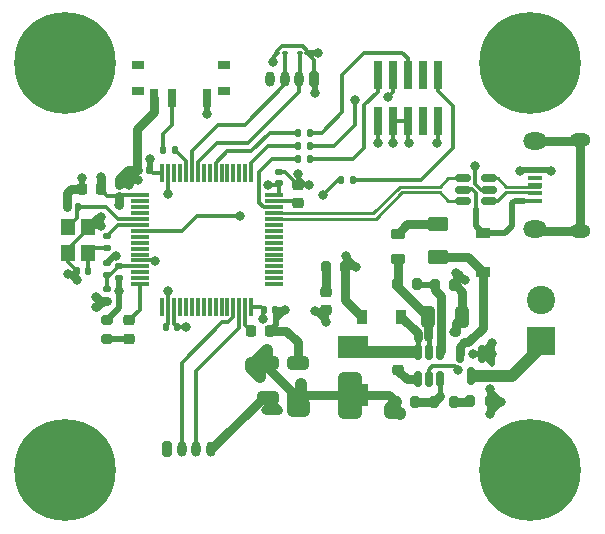
<source format=gbr>
%TF.GenerationSoftware,KiCad,Pcbnew,(6.0.1)*%
%TF.CreationDate,2022-05-18T16:29:04+06:30*%
%TF.ProjectId,STM32_USB_Buck,53544d33-325f-4555-9342-5f4275636b2e,v1.0*%
%TF.SameCoordinates,Original*%
%TF.FileFunction,Copper,L1,Top*%
%TF.FilePolarity,Positive*%
%FSLAX46Y46*%
G04 Gerber Fmt 4.6, Leading zero omitted, Abs format (unit mm)*
G04 Created by KiCad (PCBNEW (6.0.1)) date 2022-05-18 16:29:04*
%MOMM*%
%LPD*%
G01*
G04 APERTURE LIST*
G04 Aperture macros list*
%AMRoundRect*
0 Rectangle with rounded corners*
0 $1 Rounding radius*
0 $2 $3 $4 $5 $6 $7 $8 $9 X,Y pos of 4 corners*
0 Add a 4 corners polygon primitive as box body*
4,1,4,$2,$3,$4,$5,$6,$7,$8,$9,$2,$3,0*
0 Add four circle primitives for the rounded corners*
1,1,$1+$1,$2,$3*
1,1,$1+$1,$4,$5*
1,1,$1+$1,$6,$7*
1,1,$1+$1,$8,$9*
0 Add four rect primitives between the rounded corners*
20,1,$1+$1,$2,$3,$4,$5,0*
20,1,$1+$1,$4,$5,$6,$7,0*
20,1,$1+$1,$6,$7,$8,$9,0*
20,1,$1+$1,$8,$9,$2,$3,0*%
G04 Aperture macros list end*
%TA.AperFunction,SMDPad,CuDef*%
%ADD10RoundRect,0.200000X-0.200000X-0.275000X0.200000X-0.275000X0.200000X0.275000X-0.200000X0.275000X0*%
%TD*%
%TA.AperFunction,SMDPad,CuDef*%
%ADD11RoundRect,0.218750X-0.256250X0.218750X-0.256250X-0.218750X0.256250X-0.218750X0.256250X0.218750X0*%
%TD*%
%TA.AperFunction,ComponentPad*%
%ADD12C,0.900000*%
%TD*%
%TA.AperFunction,ComponentPad*%
%ADD13C,8.600000*%
%TD*%
%TA.AperFunction,SMDPad,CuDef*%
%ADD14R,1.200000X0.900000*%
%TD*%
%TA.AperFunction,SMDPad,CuDef*%
%ADD15RoundRect,0.225000X0.250000X-0.225000X0.250000X0.225000X-0.250000X0.225000X-0.250000X-0.225000X0*%
%TD*%
%TA.AperFunction,SMDPad,CuDef*%
%ADD16RoundRect,0.218750X0.256250X-0.218750X0.256250X0.218750X-0.256250X0.218750X-0.256250X-0.218750X0*%
%TD*%
%TA.AperFunction,SMDPad,CuDef*%
%ADD17RoundRect,0.135000X0.135000X0.185000X-0.135000X0.185000X-0.135000X-0.185000X0.135000X-0.185000X0*%
%TD*%
%TA.AperFunction,SMDPad,CuDef*%
%ADD18RoundRect,0.140000X0.170000X-0.140000X0.170000X0.140000X-0.170000X0.140000X-0.170000X-0.140000X0*%
%TD*%
%TA.AperFunction,SMDPad,CuDef*%
%ADD19RoundRect,0.250000X-0.325000X-0.650000X0.325000X-0.650000X0.325000X0.650000X-0.325000X0.650000X0*%
%TD*%
%TA.AperFunction,SMDPad,CuDef*%
%ADD20RoundRect,0.150000X-0.150000X0.587500X-0.150000X-0.587500X0.150000X-0.587500X0.150000X0.587500X0*%
%TD*%
%TA.AperFunction,SMDPad,CuDef*%
%ADD21R,1.000000X0.800000*%
%TD*%
%TA.AperFunction,SMDPad,CuDef*%
%ADD22R,0.700000X1.500000*%
%TD*%
%TA.AperFunction,SMDPad,CuDef*%
%ADD23RoundRect,0.218750X-0.381250X0.218750X-0.381250X-0.218750X0.381250X-0.218750X0.381250X0.218750X0*%
%TD*%
%TA.AperFunction,SMDPad,CuDef*%
%ADD24R,0.900000X1.200000*%
%TD*%
%TA.AperFunction,SMDPad,CuDef*%
%ADD25RoundRect,0.225000X0.225000X0.250000X-0.225000X0.250000X-0.225000X-0.250000X0.225000X-0.250000X0*%
%TD*%
%TA.AperFunction,SMDPad,CuDef*%
%ADD26RoundRect,0.250000X0.650000X-0.325000X0.650000X0.325000X-0.650000X0.325000X-0.650000X-0.325000X0*%
%TD*%
%TA.AperFunction,SMDPad,CuDef*%
%ADD27RoundRect,0.140000X0.140000X0.170000X-0.140000X0.170000X-0.140000X-0.170000X0.140000X-0.170000X0*%
%TD*%
%TA.AperFunction,SMDPad,CuDef*%
%ADD28RoundRect,0.150000X0.150000X-0.512500X0.150000X0.512500X-0.150000X0.512500X-0.150000X-0.512500X0*%
%TD*%
%TA.AperFunction,SMDPad,CuDef*%
%ADD29R,1.200000X1.400000*%
%TD*%
%TA.AperFunction,SMDPad,CuDef*%
%ADD30RoundRect,0.200000X0.275000X-0.200000X0.275000X0.200000X-0.275000X0.200000X-0.275000X-0.200000X0*%
%TD*%
%TA.AperFunction,SMDPad,CuDef*%
%ADD31RoundRect,0.075000X-0.700000X-0.075000X0.700000X-0.075000X0.700000X0.075000X-0.700000X0.075000X0*%
%TD*%
%TA.AperFunction,SMDPad,CuDef*%
%ADD32RoundRect,0.075000X-0.075000X-0.700000X0.075000X-0.700000X0.075000X0.700000X-0.075000X0.700000X0*%
%TD*%
%TA.AperFunction,SMDPad,CuDef*%
%ADD33RoundRect,0.135000X-0.185000X0.135000X-0.185000X-0.135000X0.185000X-0.135000X0.185000X0.135000X0*%
%TD*%
%TA.AperFunction,SMDPad,CuDef*%
%ADD34RoundRect,0.150000X0.512500X0.150000X-0.512500X0.150000X-0.512500X-0.150000X0.512500X-0.150000X0*%
%TD*%
%TA.AperFunction,SMDPad,CuDef*%
%ADD35R,2.500000X1.900000*%
%TD*%
%TA.AperFunction,ComponentPad*%
%ADD36RoundRect,0.200000X-0.200000X-0.450000X0.200000X-0.450000X0.200000X0.450000X-0.200000X0.450000X0*%
%TD*%
%TA.AperFunction,ComponentPad*%
%ADD37O,0.800000X1.300000*%
%TD*%
%TA.AperFunction,SMDPad,CuDef*%
%ADD38RoundRect,0.250000X-0.650000X0.325000X-0.650000X-0.325000X0.650000X-0.325000X0.650000X0.325000X0*%
%TD*%
%TA.AperFunction,SMDPad,CuDef*%
%ADD39RoundRect,0.140000X-0.140000X-0.170000X0.140000X-0.170000X0.140000X0.170000X-0.140000X0.170000X0*%
%TD*%
%TA.AperFunction,SMDPad,CuDef*%
%ADD40RoundRect,0.100000X0.130000X0.100000X-0.130000X0.100000X-0.130000X-0.100000X0.130000X-0.100000X0*%
%TD*%
%TA.AperFunction,SMDPad,CuDef*%
%ADD41RoundRect,0.147500X0.172500X-0.147500X0.172500X0.147500X-0.172500X0.147500X-0.172500X-0.147500X0*%
%TD*%
%TA.AperFunction,ComponentPad*%
%ADD42RoundRect,0.200000X0.200000X0.450000X-0.200000X0.450000X-0.200000X-0.450000X0.200000X-0.450000X0*%
%TD*%
%TA.AperFunction,SMDPad,CuDef*%
%ADD43RoundRect,0.225000X-0.225000X-0.250000X0.225000X-0.250000X0.225000X0.250000X-0.225000X0.250000X0*%
%TD*%
%TA.AperFunction,SMDPad,CuDef*%
%ADD44RoundRect,0.100000X-0.130000X-0.100000X0.130000X-0.100000X0.130000X0.100000X-0.130000X0.100000X0*%
%TD*%
%TA.AperFunction,ComponentPad*%
%ADD45R,2.400000X2.400000*%
%TD*%
%TA.AperFunction,ComponentPad*%
%ADD46C,2.400000*%
%TD*%
%TA.AperFunction,SMDPad,CuDef*%
%ADD47R,0.740000X2.400000*%
%TD*%
%TA.AperFunction,SMDPad,CuDef*%
%ADD48RoundRect,0.140000X-0.170000X0.140000X-0.170000X-0.140000X0.170000X-0.140000X0.170000X0.140000X0*%
%TD*%
%TA.AperFunction,SMDPad,CuDef*%
%ADD49R,1.300000X0.450000*%
%TD*%
%TA.AperFunction,ComponentPad*%
%ADD50O,1.800000X1.150000*%
%TD*%
%TA.AperFunction,ComponentPad*%
%ADD51O,2.000000X1.450000*%
%TD*%
%TA.AperFunction,SMDPad,CuDef*%
%ADD52RoundRect,0.250000X0.625000X-0.375000X0.625000X0.375000X-0.625000X0.375000X-0.625000X-0.375000X0*%
%TD*%
%TA.AperFunction,ViaPad*%
%ADD53C,0.800000*%
%TD*%
%TA.AperFunction,Conductor*%
%ADD54C,0.500000*%
%TD*%
%TA.AperFunction,Conductor*%
%ADD55C,0.300000*%
%TD*%
%TA.AperFunction,Conductor*%
%ADD56C,1.000000*%
%TD*%
%TA.AperFunction,Conductor*%
%ADD57C,0.750000*%
%TD*%
%TA.AperFunction,Conductor*%
%ADD58C,0.450000*%
%TD*%
%TA.AperFunction,Conductor*%
%ADD59C,0.261112*%
%TD*%
G04 APERTURE END LIST*
D10*
%TO.P,R10,1*%
%TO.N,Net-(R10-Pad1)*%
X158991800Y-117094000D03*
%TO.P,R10,2*%
%TO.N,GND*%
X160641800Y-117094000D03*
%TD*%
D11*
%TO.P,D4,1,K*%
%TO.N,Net-(D4-Pad1)*%
X146800000Y-107812500D03*
%TO.P,D4,2,A*%
%TO.N,+3V3*%
X146800000Y-109387500D03*
%TD*%
D12*
%TO.P,H1,1,1*%
%TO.N,GND*%
X166339019Y-90723219D03*
X161778181Y-86162381D03*
X161778181Y-90723219D03*
X167283600Y-88442800D03*
D13*
X164058600Y-88442800D03*
D12*
X164058600Y-85217800D03*
X164058600Y-91667800D03*
X160833600Y-88442800D03*
X166339019Y-86162381D03*
%TD*%
D14*
%TO.P,D2,1,K*%
%TO.N,Net-(D2-Pad1)*%
X160045400Y-106145600D03*
%TO.P,D2,2,A*%
%TO.N,+5V*%
X160045400Y-102845600D03*
%TD*%
D15*
%TO.P,C8,1*%
%TO.N,Net-(C8-Pad1)*%
X144396200Y-100288800D03*
%TO.P,C8,2*%
%TO.N,GND*%
X144396200Y-98738800D03*
%TD*%
D16*
%TO.P,D1,1,K*%
%TO.N,Net-(D1-Pad1)*%
X130146800Y-111807500D03*
%TO.P,D1,2,A*%
%TO.N,LTE_STATUS*%
X130146800Y-110232500D03*
%TD*%
D17*
%TO.P,R14,1*%
%TO.N,Net-(J1-Pad6)*%
X145435000Y-94325000D03*
%TO.P,R14,2*%
%TO.N,SWO*%
X144415000Y-94325000D03*
%TD*%
D18*
%TO.P,C11,1*%
%TO.N,+3.3VA*%
X128216400Y-106369200D03*
%TO.P,C11,2*%
%TO.N,GND*%
X128216400Y-105409200D03*
%TD*%
D10*
%TO.P,R7,1*%
%TO.N,BUCK_EN*%
X156020000Y-107238800D03*
%TO.P,R7,2*%
%TO.N,GND*%
X157670000Y-107238800D03*
%TD*%
D19*
%TO.P,C13,1*%
%TO.N,BUCK_IN*%
X155395400Y-109905800D03*
%TO.P,C13,2*%
%TO.N,GND*%
X158345400Y-109905800D03*
%TD*%
D20*
%TO.P,Q1,1,G*%
%TO.N,GND*%
X160030200Y-113032300D03*
%TO.P,Q1,2,S*%
%TO.N,Net-(D2-Pad1)*%
X158130200Y-113032300D03*
%TO.P,Q1,3,D*%
%TO.N,+12V*%
X159080200Y-114907300D03*
%TD*%
D21*
%TO.P,SW1,*%
%TO.N,*%
X138150000Y-90780000D03*
X130850000Y-88570000D03*
X138150000Y-88570000D03*
X130850000Y-90780000D03*
D22*
%TO.P,SW1,1,A*%
%TO.N,+3V3*%
X136750000Y-91430000D03*
%TO.P,SW1,2,B*%
%TO.N,Net-(R1-Pad2)*%
X133750000Y-91430000D03*
%TO.P,SW1,3,C*%
%TO.N,GND*%
X132250000Y-91430000D03*
%TD*%
D10*
%TO.P,R9,1*%
%TO.N,BUCK_FB*%
X155943800Y-117119400D03*
%TO.P,R9,2*%
%TO.N,Net-(R10-Pad1)*%
X157593800Y-117119400D03*
%TD*%
D23*
%TO.P,FB1,1*%
%TO.N,Net-(F1-Pad2)*%
X152857200Y-102899700D03*
%TO.P,FB1,2*%
%TO.N,BUCK_IN*%
X152857200Y-105024700D03*
%TD*%
D24*
%TO.P,D3,1,K*%
%TO.N,BUCK_SW*%
X153161000Y-109905800D03*
%TO.P,D3,2,A*%
%TO.N,GND*%
X149861000Y-109905800D03*
%TD*%
D15*
%TO.P,C14,1*%
%TO.N,BUCK_BST*%
X152925000Y-114450000D03*
%TO.P,C14,2*%
%TO.N,BUCK_SW*%
X152925000Y-112900000D03*
%TD*%
D25*
%TO.P,C1,1*%
%TO.N,+3V3*%
X127721400Y-99132800D03*
%TO.P,C1,2*%
%TO.N,GND*%
X126171400Y-99132800D03*
%TD*%
D17*
%TO.P,R15,1*%
%TO.N,Net-(J1-Pad10)*%
X149110000Y-98300000D03*
%TO.P,R15,2*%
%TO.N,NRST*%
X148090000Y-98300000D03*
%TD*%
D26*
%TO.P,C16,1*%
%TO.N,GND*%
X141885400Y-116765600D03*
%TO.P,C16,2*%
%TO.N,+3V3*%
X141885400Y-113815600D03*
%TD*%
D27*
%TO.P,C6,1*%
%TO.N,+3V3*%
X131846000Y-97456400D03*
%TO.P,C6,2*%
%TO.N,GND*%
X130886000Y-97456400D03*
%TD*%
D28*
%TO.P,U2,1,BST*%
%TO.N,BUCK_BST*%
X154548800Y-115183500D03*
%TO.P,U2,2,GND*%
%TO.N,GND*%
X155498800Y-115183500D03*
%TO.P,U2,3,FB*%
%TO.N,BUCK_FB*%
X156448800Y-115183500D03*
%TO.P,U2,4,EN*%
%TO.N,BUCK_EN*%
X156448800Y-112908500D03*
%TO.P,U2,5,IN*%
%TO.N,BUCK_IN*%
X155498800Y-112908500D03*
%TO.P,U2,6,SW*%
%TO.N,BUCK_SW*%
X154548800Y-112908500D03*
%TD*%
D29*
%TO.P,Y1,1,1*%
%TO.N,HSE_IN*%
X124978800Y-102300000D03*
%TO.P,Y1,2,2*%
%TO.N,GND*%
X124978800Y-104500000D03*
%TO.P,Y1,3,3*%
%TO.N,Net-(C10-Pad1)*%
X126678800Y-104500000D03*
%TO.P,Y1,4,4*%
%TO.N,GND*%
X126678800Y-102300000D03*
%TD*%
D30*
%TO.P,R5,1*%
%TO.N,Net-(D1-Pad1)*%
X128267200Y-111845000D03*
%TO.P,R5,2*%
%TO.N,GND*%
X128267200Y-110195000D03*
%TD*%
D10*
%TO.P,R6,1*%
%TO.N,BUCK_IN*%
X152845000Y-107162600D03*
%TO.P,R6,2*%
%TO.N,BUCK_EN*%
X154495000Y-107162600D03*
%TD*%
D17*
%TO.P,R1,1*%
%TO.N,BOOT0*%
X134035000Y-95805400D03*
%TO.P,R1,2*%
%TO.N,Net-(R1-Pad2)*%
X133015000Y-95805400D03*
%TD*%
D31*
%TO.P,U1,1,VBAT*%
%TO.N,+3V3*%
X131025000Y-99650000D03*
%TO.P,U1,2,PC13*%
%TO.N,unconnected-(U1-Pad2)*%
X131025000Y-100150000D03*
%TO.P,U1,3,PC14*%
%TO.N,unconnected-(U1-Pad3)*%
X131025000Y-100650000D03*
%TO.P,U1,4,PC15*%
%TO.N,unconnected-(U1-Pad4)*%
X131025000Y-101150000D03*
%TO.P,U1,5,PH0*%
%TO.N,HSE_IN*%
X131025000Y-101650000D03*
%TO.P,U1,6,PH1*%
%TO.N,HSE_OUT*%
X131025000Y-102150000D03*
%TO.P,U1,7,NRST*%
%TO.N,NRST*%
X131025000Y-102650000D03*
%TO.P,U1,8,PC0*%
%TO.N,unconnected-(U1-Pad8)*%
X131025000Y-103150000D03*
%TO.P,U1,9,PC1*%
%TO.N,unconnected-(U1-Pad9)*%
X131025000Y-103650000D03*
%TO.P,U1,10,PC2*%
%TO.N,unconnected-(U1-Pad10)*%
X131025000Y-104150000D03*
%TO.P,U1,11,PC3*%
%TO.N,unconnected-(U1-Pad11)*%
X131025000Y-104650000D03*
%TO.P,U1,12,VSSA*%
%TO.N,GND*%
X131025000Y-105150000D03*
%TO.P,U1,13,VDDA*%
%TO.N,+3.3VA*%
X131025000Y-105650000D03*
%TO.P,U1,14,PA0*%
%TO.N,unconnected-(U1-Pad14)*%
X131025000Y-106150000D03*
%TO.P,U1,15,PA1*%
%TO.N,unconnected-(U1-Pad15)*%
X131025000Y-106650000D03*
%TO.P,U1,16,PA2*%
%TO.N,LTE_STATUS*%
X131025000Y-107150000D03*
D32*
%TO.P,U1,17,PA3*%
%TO.N,unconnected-(U1-Pad17)*%
X132950000Y-109075000D03*
%TO.P,U1,18,VSS*%
%TO.N,GND*%
X133450000Y-109075000D03*
%TO.P,U1,19,VDD*%
%TO.N,+3V3*%
X133950000Y-109075000D03*
%TO.P,U1,20,PA4*%
%TO.N,unconnected-(U1-Pad20)*%
X134450000Y-109075000D03*
%TO.P,U1,21,PA5*%
%TO.N,unconnected-(U1-Pad21)*%
X134950000Y-109075000D03*
%TO.P,U1,22,PA6*%
%TO.N,unconnected-(U1-Pad22)*%
X135450000Y-109075000D03*
%TO.P,U1,23,PA7*%
%TO.N,unconnected-(U1-Pad23)*%
X135950000Y-109075000D03*
%TO.P,U1,24,PC4*%
%TO.N,unconnected-(U1-Pad24)*%
X136450000Y-109075000D03*
%TO.P,U1,25,PC5*%
%TO.N,unconnected-(U1-Pad25)*%
X136950000Y-109075000D03*
%TO.P,U1,26,PB0*%
%TO.N,unconnected-(U1-Pad26)*%
X137450000Y-109075000D03*
%TO.P,U1,27,PB1*%
%TO.N,unconnected-(U1-Pad27)*%
X137950000Y-109075000D03*
%TO.P,U1,28,PB2*%
%TO.N,unconnected-(U1-Pad28)*%
X138450000Y-109075000D03*
%TO.P,U1,29,PB10*%
%TO.N,USART3_TX*%
X138950000Y-109075000D03*
%TO.P,U1,30,PB11*%
%TO.N,USART3_RX*%
X139450000Y-109075000D03*
%TO.P,U1,31,VCAP_1*%
%TO.N,Net-(C7-Pad1)*%
X139950000Y-109075000D03*
%TO.P,U1,32,VDD*%
%TO.N,+3V3*%
X140450000Y-109075000D03*
D31*
%TO.P,U1,33,PB12*%
%TO.N,unconnected-(U1-Pad33)*%
X142375000Y-107150000D03*
%TO.P,U1,34,PB13*%
%TO.N,unconnected-(U1-Pad34)*%
X142375000Y-106650000D03*
%TO.P,U1,35,PB14*%
%TO.N,unconnected-(U1-Pad35)*%
X142375000Y-106150000D03*
%TO.P,U1,36,PB15*%
%TO.N,unconnected-(U1-Pad36)*%
X142375000Y-105650000D03*
%TO.P,U1,37,PC6*%
%TO.N,unconnected-(U1-Pad37)*%
X142375000Y-105150000D03*
%TO.P,U1,38,PC7*%
%TO.N,unconnected-(U1-Pad38)*%
X142375000Y-104650000D03*
%TO.P,U1,39,PC8*%
%TO.N,unconnected-(U1-Pad39)*%
X142375000Y-104150000D03*
%TO.P,U1,40,PC9*%
%TO.N,unconnected-(U1-Pad40)*%
X142375000Y-103650000D03*
%TO.P,U1,41,PA8*%
%TO.N,unconnected-(U1-Pad41)*%
X142375000Y-103150000D03*
%TO.P,U1,42,PA9*%
%TO.N,unconnected-(U1-Pad42)*%
X142375000Y-102650000D03*
%TO.P,U1,43,PA10*%
%TO.N,unconnected-(U1-Pad43)*%
X142375000Y-102150000D03*
%TO.P,U1,44,PA11*%
%TO.N,USB_D-*%
X142375000Y-101650000D03*
%TO.P,U1,45,PA12*%
%TO.N,USB_D+*%
X142375000Y-101150000D03*
%TO.P,U1,46,PA13*%
%TO.N,SWDIO*%
X142375000Y-100650000D03*
%TO.P,U1,47,VCAP_2*%
%TO.N,Net-(C8-Pad1)*%
X142375000Y-100150000D03*
%TO.P,U1,48,VDD*%
%TO.N,+3V3*%
X142375000Y-99650000D03*
D32*
%TO.P,U1,49,PA14*%
%TO.N,SWCLK*%
X140450000Y-97725000D03*
%TO.P,U1,50,PA15*%
%TO.N,unconnected-(U1-Pad50)*%
X139950000Y-97725000D03*
%TO.P,U1,51,PC10*%
%TO.N,unconnected-(U1-Pad51)*%
X139450000Y-97725000D03*
%TO.P,U1,52,PC11*%
%TO.N,unconnected-(U1-Pad52)*%
X138950000Y-97725000D03*
%TO.P,U1,53,PC12*%
%TO.N,unconnected-(U1-Pad53)*%
X138450000Y-97725000D03*
%TO.P,U1,54,PD2*%
%TO.N,unconnected-(U1-Pad54)*%
X137950000Y-97725000D03*
%TO.P,U1,55,PB3*%
%TO.N,SWO*%
X137450000Y-97725000D03*
%TO.P,U1,56,PB4*%
%TO.N,unconnected-(U1-Pad56)*%
X136950000Y-97725000D03*
%TO.P,U1,57,PB5*%
%TO.N,unconnected-(U1-Pad57)*%
X136450000Y-97725000D03*
%TO.P,U1,58,PB6*%
%TO.N,I2C1_SCL*%
X135950000Y-97725000D03*
%TO.P,U1,59,PB7*%
%TO.N,I2C1_SDA*%
X135450000Y-97725000D03*
%TO.P,U1,60,BOOT0*%
%TO.N,BOOT0*%
X134950000Y-97725000D03*
%TO.P,U1,61,PB8*%
%TO.N,unconnected-(U1-Pad61)*%
X134450000Y-97725000D03*
%TO.P,U1,62,PB9*%
%TO.N,unconnected-(U1-Pad62)*%
X133950000Y-97725000D03*
%TO.P,U1,63,VSS*%
%TO.N,GND*%
X133450000Y-97725000D03*
%TO.P,U1,64,VDD*%
%TO.N,+3V3*%
X132950000Y-97725000D03*
%TD*%
D33*
%TO.P,R2,1*%
%TO.N,HSE_OUT*%
X128216400Y-103093200D03*
%TO.P,R2,2*%
%TO.N,Net-(C10-Pad1)*%
X128216400Y-104113200D03*
%TD*%
D34*
%TO.P,U3,1,I/O1*%
%TO.N,USB_CONN_D-*%
X160637500Y-100100000D03*
%TO.P,U3,2,GND*%
%TO.N,GND*%
X160637500Y-99150000D03*
%TO.P,U3,3,I/O2*%
%TO.N,USB_CONN_D+*%
X160637500Y-98200000D03*
%TO.P,U3,4,I/O2*%
%TO.N,USB_D+*%
X158362500Y-98200000D03*
%TO.P,U3,5,VBUS*%
%TO.N,+5V*%
X158362500Y-99150000D03*
%TO.P,U3,6,I/O1*%
%TO.N,USB_D-*%
X158362500Y-100100000D03*
%TD*%
D35*
%TO.P,L2,1*%
%TO.N,BUCK_SW*%
X149072600Y-112478600D03*
%TO.P,L2,2*%
%TO.N,+3V3*%
X149072600Y-116578600D03*
%TD*%
D12*
%TO.P,H3,1,1*%
%TO.N,GND*%
X166339019Y-120655581D03*
X164058600Y-119711000D03*
X161778181Y-120655581D03*
D13*
X164058600Y-122936000D03*
D12*
X160833600Y-122936000D03*
X167283600Y-122936000D03*
X166339019Y-125216419D03*
X164058600Y-126161000D03*
X161778181Y-125216419D03*
%TD*%
D36*
%TO.P,J3,1,Pin_1*%
%TO.N,+3V3*%
X133325000Y-121150000D03*
D37*
%TO.P,J3,2,Pin_2*%
%TO.N,USART3_TX*%
X134575000Y-121150000D03*
%TO.P,J3,3,Pin_3*%
%TO.N,USART3_RX*%
X135825000Y-121150000D03*
%TO.P,J3,4,Pin_4*%
%TO.N,GND*%
X137075000Y-121150000D03*
%TD*%
D27*
%TO.P,C10,1*%
%TO.N,Net-(C10-Pad1)*%
X126664400Y-106041600D03*
%TO.P,C10,2*%
%TO.N,GND*%
X125704400Y-106041600D03*
%TD*%
D38*
%TO.P,C15,1*%
%TO.N,GND*%
X144400000Y-113815600D03*
%TO.P,C15,2*%
%TO.N,+3V3*%
X144400000Y-116765600D03*
%TD*%
D39*
%TO.P,C4,1*%
%TO.N,+3V3*%
X141554000Y-109343600D03*
%TO.P,C4,2*%
%TO.N,GND*%
X142514000Y-109343600D03*
%TD*%
D18*
%TO.P,C3,1*%
%TO.N,+3V3*%
X129283200Y-99691600D03*
%TO.P,C3,2*%
%TO.N,GND*%
X129283200Y-98731600D03*
%TD*%
D40*
%TO.P,R3,1*%
%TO.N,+3V3*%
X145194800Y-87608400D03*
%TO.P,R3,2*%
%TO.N,I2C1_SCL*%
X144554800Y-87608400D03*
%TD*%
D41*
%TO.P,L1,1*%
%TO.N,+3V3*%
X128216400Y-108558600D03*
%TO.P,L1,2*%
%TO.N,+3.3VA*%
X128216400Y-107588600D03*
%TD*%
D27*
%TO.P,C9,1*%
%TO.N,HSE_IN*%
X125830000Y-100650000D03*
%TO.P,C9,2*%
%TO.N,GND*%
X124870000Y-100650000D03*
%TD*%
D42*
%TO.P,J2,1,Pin_1*%
%TO.N,+3V3*%
X145800000Y-89800000D03*
D37*
%TO.P,J2,2,Pin_2*%
%TO.N,I2C1_SCL*%
X144550000Y-89800000D03*
%TO.P,J2,3,Pin_3*%
%TO.N,I2C1_SDA*%
X143300000Y-89800000D03*
%TO.P,J2,4,Pin_4*%
%TO.N,GND*%
X142050000Y-89800000D03*
%TD*%
D17*
%TO.P,R13,1*%
%TO.N,Net-(J1-Pad4)*%
X145435000Y-95475000D03*
%TO.P,R13,2*%
%TO.N,SWCLK*%
X144415000Y-95475000D03*
%TD*%
%TO.P,R12,1*%
%TO.N,Net-(J1-Pad2)*%
X145410000Y-96575000D03*
%TO.P,R12,2*%
%TO.N,SWDIO*%
X144390000Y-96575000D03*
%TD*%
D13*
%TO.P,H2,1,1*%
%TO.N,GND*%
X124714000Y-122936000D03*
D12*
X124714000Y-126161000D03*
X124714000Y-119711000D03*
X126994419Y-120655581D03*
X121489000Y-122936000D03*
X126994419Y-125216419D03*
X127939000Y-122936000D03*
X122433581Y-120655581D03*
X122433581Y-125216419D03*
%TD*%
D43*
%TO.P,C7,1*%
%TO.N,Net-(C7-Pad1)*%
X140475000Y-111121600D03*
%TO.P,C7,2*%
%TO.N,GND*%
X142025000Y-111121600D03*
%TD*%
D44*
%TO.P,R4,1*%
%TO.N,+3V3*%
X142675200Y-87615600D03*
%TO.P,R4,2*%
%TO.N,I2C1_SDA*%
X143315200Y-87615600D03*
%TD*%
D27*
%TO.P,C2,1*%
%TO.N,+3V3*%
X134180000Y-110800000D03*
%TO.P,C2,2*%
%TO.N,GND*%
X133220000Y-110800000D03*
%TD*%
D10*
%TO.P,R8,1*%
%TO.N,+3V3*%
X152718000Y-117144800D03*
%TO.P,R8,2*%
%TO.N,BUCK_FB*%
X154368000Y-117144800D03*
%TD*%
D45*
%TO.P,J5,1,Pin_1*%
%TO.N,+12V*%
X165035000Y-111960600D03*
D46*
%TO.P,J5,2,Pin_2*%
%TO.N,GND*%
X165035000Y-108460600D03*
%TD*%
D47*
%TO.P,J1,1,Pin_1*%
%TO.N,+3V3*%
X151160000Y-93350000D03*
%TO.P,J1,2,Pin_2*%
%TO.N,Net-(J1-Pad2)*%
X151160000Y-89450000D03*
%TO.P,J1,3,Pin_3*%
%TO.N,GND*%
X152430000Y-93350000D03*
%TO.P,J1,4,Pin_4*%
%TO.N,Net-(J1-Pad4)*%
X152430000Y-89450000D03*
%TO.P,J1,5,Pin_5*%
%TO.N,GND*%
X153700000Y-93350000D03*
%TO.P,J1,6,Pin_6*%
%TO.N,Net-(J1-Pad6)*%
X153700000Y-89450000D03*
%TO.P,J1,7,Pin_7*%
%TO.N,unconnected-(J1-Pad7)*%
X154970000Y-93350000D03*
%TO.P,J1,8,Pin_8*%
%TO.N,unconnected-(J1-Pad8)*%
X154970000Y-89450000D03*
%TO.P,J1,9,Pin_9*%
%TO.N,GND*%
X156240000Y-93350000D03*
%TO.P,J1,10,Pin_10*%
%TO.N,Net-(J1-Pad10)*%
X156240000Y-89450000D03*
%TD*%
D18*
%TO.P,C5,1*%
%TO.N,+3V3*%
X142821400Y-98596800D03*
%TO.P,C5,2*%
%TO.N,GND*%
X142821400Y-97636800D03*
%TD*%
D48*
%TO.P,C12,1*%
%TO.N,+3.3VA*%
X129283200Y-105663200D03*
%TO.P,C12,2*%
%TO.N,GND*%
X129283200Y-106623200D03*
%TD*%
D10*
%TO.P,R11,1*%
%TO.N,Net-(D4-Pad1)*%
X146775000Y-105700000D03*
%TO.P,R11,2*%
%TO.N,GND*%
X148425000Y-105700000D03*
%TD*%
D49*
%TO.P,J4,1,VBUS*%
%TO.N,+5V*%
X164450000Y-100100000D03*
%TO.P,J4,2,D-*%
%TO.N,USB_CONN_D-*%
X164450000Y-99450000D03*
%TO.P,J4,3,D+*%
%TO.N,USB_CONN_D+*%
X164450000Y-98800000D03*
%TO.P,J4,4,ID*%
%TO.N,unconnected-(J4-Pad4)*%
X164450000Y-98150000D03*
%TO.P,J4,5,GND*%
%TO.N,GND*%
X164450000Y-97500000D03*
D50*
%TO.P,J4,6,Shield*%
%TO.N,unconnected-(J4-Pad6)*%
X168300000Y-94925000D03*
X168300000Y-102675000D03*
D51*
X164500000Y-102525000D03*
X164500000Y-95075000D03*
%TD*%
D52*
%TO.P,F1,1*%
%TO.N,Net-(D2-Pad1)*%
X156235400Y-104879600D03*
%TO.P,F1,2*%
%TO.N,Net-(F1-Pad2)*%
X156235400Y-102079600D03*
%TD*%
D12*
%TO.P,H4,1,1*%
%TO.N,GND*%
X122433581Y-86162381D03*
X124714000Y-91667800D03*
X126994419Y-90723219D03*
X124714000Y-85217800D03*
X126994419Y-86162381D03*
D13*
X124714000Y-88442800D03*
D12*
X121489000Y-88442800D03*
X122433581Y-90723219D03*
X127939000Y-88442800D03*
%TD*%
D53*
%TO.N,+3V3*%
X152225000Y-118100000D03*
X148325000Y-118100000D03*
X145825000Y-109450000D03*
X131875000Y-96600000D03*
X153100000Y-118125000D03*
X141900000Y-98800000D03*
X144900000Y-117900000D03*
X143975000Y-117875000D03*
X136750000Y-92725000D03*
X141478000Y-110125000D03*
X145825000Y-91000000D03*
X148325000Y-115125000D03*
X149325000Y-118100000D03*
X151175000Y-95200000D03*
X144650000Y-115650000D03*
X127750000Y-98050000D03*
X146800000Y-110325000D03*
X141200000Y-115000000D03*
X146125000Y-87625000D03*
X142300000Y-88325000D03*
X127350000Y-109100000D03*
X141775000Y-112775000D03*
X129300000Y-100500000D03*
X127325000Y-108250000D03*
X140475000Y-113825000D03*
X134925000Y-110825000D03*
X149300000Y-115100000D03*
%TO.N,GND*%
X145375000Y-98775000D03*
X165875000Y-97550000D03*
X159200000Y-113075000D03*
X130850000Y-98300000D03*
X152475000Y-95200000D03*
X159425000Y-97125000D03*
X160675000Y-116050000D03*
X156225000Y-95200000D03*
X148450000Y-104750000D03*
X133425000Y-107775000D03*
X128975000Y-104750000D03*
X127750000Y-101450000D03*
X161625000Y-117125000D03*
X133450000Y-99550000D03*
X157650000Y-111250000D03*
X125675000Y-106850000D03*
X130125000Y-98775000D03*
X132350000Y-105200000D03*
X160850000Y-113050000D03*
X142748000Y-117856000D03*
X124950000Y-106300000D03*
X153800000Y-95225000D03*
X144400000Y-97825000D03*
X126175000Y-98200000D03*
X163200000Y-97550000D03*
X141732000Y-117856000D03*
X160825000Y-112175000D03*
X157775000Y-106250000D03*
X143350000Y-109350000D03*
X149350000Y-105700000D03*
X158000000Y-114400000D03*
X127750000Y-102275000D03*
X158600000Y-106800000D03*
X129275000Y-107775000D03*
X160650000Y-118150000D03*
%TO.N,Net-(J1-Pad4)*%
X149275000Y-91600000D03*
X152075000Y-91300000D03*
%TO.N,NRST*%
X139500000Y-101350000D03*
X146500000Y-99600000D03*
%TD*%
D54*
%TO.N,+3V3*%
X136750000Y-92725000D02*
X136750000Y-91430000D01*
X146737500Y-109450000D02*
X146800000Y-109387500D01*
D55*
X129324800Y-99650000D02*
X131025000Y-99650000D01*
D54*
X145825000Y-89825000D02*
X145800000Y-89800000D01*
D55*
X141478000Y-110125000D02*
X141478000Y-109419600D01*
X134900000Y-110800000D02*
X134925000Y-110825000D01*
D56*
X140475000Y-113825000D02*
X141876000Y-113825000D01*
X148325000Y-115125000D02*
X148325000Y-115831000D01*
D55*
X144812117Y-87000000D02*
X145194800Y-87382683D01*
D56*
X148325000Y-115125000D02*
X149275000Y-115125000D01*
D55*
X151175000Y-95200000D02*
X151175000Y-93365000D01*
X145258400Y-87608400D02*
X145800000Y-88150000D01*
D56*
X152225000Y-117637800D02*
X152718000Y-117144800D01*
D55*
X132114600Y-97725000D02*
X131846000Y-97456400D01*
D54*
X145825000Y-109450000D02*
X145925000Y-109450000D01*
D56*
X141775000Y-112775000D02*
X141775000Y-113705200D01*
D55*
X132950000Y-97725000D02*
X132114600Y-97725000D01*
D57*
X127891400Y-108558600D02*
X127350000Y-109100000D01*
D56*
X149300000Y-115100000D02*
X149300000Y-116351200D01*
D55*
X142300000Y-88325000D02*
X142300000Y-87990800D01*
X142618200Y-98800000D02*
X142821400Y-98596800D01*
D56*
X143975000Y-117875000D02*
X143975000Y-117190600D01*
X152225000Y-118100000D02*
X152225000Y-117637800D01*
D55*
X141285400Y-109075000D02*
X141554000Y-109343600D01*
D56*
X149275000Y-115125000D02*
X149300000Y-115100000D01*
D55*
X140450000Y-109075000D02*
X141285400Y-109075000D01*
X151175000Y-93365000D02*
X151160000Y-93350000D01*
D56*
X149300000Y-116351200D02*
X149072600Y-116578600D01*
X141775000Y-113705200D02*
X141885400Y-113815600D01*
X141200000Y-114501000D02*
X141885400Y-113815600D01*
X143975000Y-117190600D02*
X144400000Y-116765600D01*
X144875000Y-117875000D02*
X144900000Y-117900000D01*
D54*
X146800000Y-110325000D02*
X146800000Y-109387500D01*
D55*
X134180000Y-110800000D02*
X134900000Y-110800000D01*
D56*
X149325000Y-116831000D02*
X149072600Y-116578600D01*
D55*
X143065083Y-87000000D02*
X144812117Y-87000000D01*
D56*
X144900000Y-117265600D02*
X144400000Y-116765600D01*
X140475000Y-113825000D02*
X140725000Y-113825000D01*
D54*
X146125000Y-87625000D02*
X145234320Y-87625000D01*
D56*
X140475000Y-114275000D02*
X141200000Y-115000000D01*
D57*
X141885400Y-113815600D02*
X141885400Y-114251000D01*
D55*
X127721400Y-99132800D02*
X128280200Y-99691600D01*
D56*
X144900000Y-117900000D02*
X144900000Y-117265600D01*
D55*
X128280200Y-99691600D02*
X129283200Y-99691600D01*
X134180000Y-110800000D02*
X133950000Y-110570000D01*
D57*
X127750000Y-98050000D02*
X127750000Y-99104200D01*
X129300000Y-99708400D02*
X129283200Y-99691600D01*
D56*
X140725000Y-113825000D02*
X141775000Y-112775000D01*
D57*
X152151800Y-116578600D02*
X152718000Y-117144800D01*
D54*
X145825000Y-91000000D02*
X145825000Y-89825000D01*
D55*
X145800000Y-88150000D02*
X145800000Y-89800000D01*
D57*
X149072600Y-116578600D02*
X152151800Y-116578600D01*
D54*
X131875000Y-97427400D02*
X131846000Y-97456400D01*
X145825000Y-109450000D02*
X146737500Y-109450000D01*
D56*
X148325000Y-118100000D02*
X148325000Y-117326200D01*
X140475000Y-113825000D02*
X140475000Y-114275000D01*
X148325000Y-117326200D02*
X149072600Y-116578600D01*
X149325000Y-118100000D02*
X149325000Y-116831000D01*
D55*
X142675200Y-87615600D02*
X142675200Y-87389883D01*
D54*
X145925000Y-109450000D02*
X146800000Y-110325000D01*
D55*
X142300000Y-87990800D02*
X142675200Y-87615600D01*
D57*
X127633600Y-108558600D02*
X128216400Y-108558600D01*
D56*
X144650000Y-115650000D02*
X144650000Y-116515600D01*
D57*
X127750000Y-99104200D02*
X127721400Y-99132800D01*
D54*
X131875000Y-96600000D02*
X131875000Y-97427400D01*
D57*
X149072600Y-116578600D02*
X144587000Y-116578600D01*
D56*
X153075000Y-118100000D02*
X153100000Y-118125000D01*
D55*
X142675200Y-87389883D02*
X143065083Y-87000000D01*
D56*
X141200000Y-115000000D02*
X141200000Y-114501000D01*
D55*
X133950000Y-110570000D02*
X133950000Y-109075000D01*
D57*
X152718000Y-117144800D02*
X152718000Y-117743000D01*
D55*
X129283200Y-99691600D02*
X129324800Y-99650000D01*
X141900000Y-98800000D02*
X142618200Y-98800000D01*
D57*
X141885400Y-114251000D02*
X144400000Y-116765600D01*
D55*
X145194800Y-87382683D02*
X145194800Y-87608400D01*
D57*
X127325000Y-108250000D02*
X127633600Y-108558600D01*
X128216400Y-108558600D02*
X127891400Y-108558600D01*
D56*
X141876000Y-113825000D02*
X141885400Y-113815600D01*
X148325000Y-118100000D02*
X149325000Y-118100000D01*
X152225000Y-118100000D02*
X153075000Y-118100000D01*
X148325000Y-115831000D02*
X149072600Y-116578600D01*
D54*
X145234320Y-87625000D02*
X145234320Y-87608400D01*
D57*
X144587000Y-116578600D02*
X144400000Y-116765600D01*
X129300000Y-100500000D02*
X129300000Y-99708400D01*
D56*
X144650000Y-116515600D02*
X144400000Y-116765600D01*
D57*
X152718000Y-117743000D02*
X153100000Y-118125000D01*
D56*
X143975000Y-117875000D02*
X144875000Y-117875000D01*
D55*
X145194800Y-87608400D02*
X145258400Y-87608400D01*
X142821400Y-98596800D02*
X142821400Y-99641400D01*
D54*
%TO.N,GND*%
X126175000Y-98200000D02*
X126175000Y-99129200D01*
X163254511Y-97495489D02*
X164450000Y-97495489D01*
D55*
X152430000Y-95155000D02*
X152475000Y-95200000D01*
D57*
X129750000Y-97750000D02*
X130043600Y-97456400D01*
D54*
X161625000Y-117175000D02*
X160650000Y-118150000D01*
D57*
X157774520Y-110476680D02*
X157774520Y-111250000D01*
D54*
X127528800Y-101450000D02*
X127264400Y-101714400D01*
D57*
X141885400Y-116765600D02*
X141885400Y-117702600D01*
D54*
X165825000Y-97500000D02*
X165875000Y-97550000D01*
X130850000Y-98300000D02*
X130475000Y-97925000D01*
X160675000Y-116050000D02*
X160675000Y-116175000D01*
D55*
X125704400Y-106041600D02*
X125704400Y-106820600D01*
D54*
X160850000Y-113852100D02*
X160030200Y-113032300D01*
D55*
X145125000Y-98775000D02*
X145375000Y-98775000D01*
X156240000Y-93350000D02*
X156240000Y-95185000D01*
D57*
X125192200Y-99132800D02*
X126171400Y-99132800D01*
D55*
X144400000Y-98050000D02*
X145125000Y-98775000D01*
D57*
X129283200Y-98731600D02*
X129283200Y-98216800D01*
D54*
X148450000Y-104750000D02*
X148450000Y-105675000D01*
X130850000Y-98300000D02*
X130300000Y-98300000D01*
X160675000Y-116175000D02*
X161625000Y-117125000D01*
D55*
X125500000Y-106850000D02*
X124950000Y-106300000D01*
D54*
X148450000Y-104800000D02*
X149350000Y-105700000D01*
X129275000Y-107775000D02*
X129275000Y-107116400D01*
D57*
X141459400Y-116765600D02*
X137075000Y-121150000D01*
D54*
X159987500Y-113075000D02*
X160030200Y-113032300D01*
D55*
X157725000Y-114125000D02*
X158000000Y-114400000D01*
D57*
X142025000Y-111121600D02*
X143421600Y-111121600D01*
D54*
X130425000Y-97917400D02*
X130886000Y-97456400D01*
D57*
X144400000Y-112100000D02*
X144400000Y-113815600D01*
D54*
X160641800Y-117094000D02*
X160641800Y-118141800D01*
D55*
X124978800Y-104500000D02*
X124978800Y-104200978D01*
X143294200Y-97636800D02*
X144396200Y-98738800D01*
D54*
X124950000Y-106300000D02*
X125446000Y-106300000D01*
D55*
X133450000Y-99550000D02*
X133450000Y-97725000D01*
D54*
X143325000Y-109350000D02*
X142525000Y-110150000D01*
D55*
X155498800Y-114426200D02*
X155800000Y-114125000D01*
D54*
X142525000Y-110150000D02*
X142525000Y-110621600D01*
X157775000Y-106250000D02*
X158050000Y-106250000D01*
X130850000Y-98300000D02*
X130600000Y-98300000D01*
X126703800Y-102275000D02*
X126678800Y-102300000D01*
X160825000Y-113025000D02*
X160850000Y-113050000D01*
D57*
X157788800Y-107238800D02*
X158345400Y-107795400D01*
D55*
X131025000Y-105150000D02*
X132300000Y-105150000D01*
D54*
X160672800Y-117125000D02*
X160641800Y-117094000D01*
X127264400Y-101789400D02*
X127264400Y-101714400D01*
D55*
X152430000Y-93350000D02*
X153700000Y-93350000D01*
D54*
X127750000Y-102275000D02*
X127264400Y-101789400D01*
D57*
X157670000Y-107238800D02*
X157788800Y-107238800D01*
D54*
X125446000Y-106300000D02*
X125704400Y-106041600D01*
X128875600Y-104750000D02*
X128216400Y-105409200D01*
X143350000Y-109350000D02*
X142520400Y-109350000D01*
D57*
X158345400Y-107795400D02*
X158345400Y-109905800D01*
D54*
X160030200Y-113032300D02*
X160030200Y-112969800D01*
D55*
X133220000Y-110800000D02*
X133450000Y-110570000D01*
X153700000Y-93350000D02*
X153700000Y-95125000D01*
D57*
X130800000Y-94025000D02*
X130800000Y-97370400D01*
X132250000Y-91430000D02*
X132250000Y-92575000D01*
D55*
X144400000Y-98735000D02*
X144396200Y-98738800D01*
D57*
X141732000Y-117856000D02*
X142748000Y-117856000D01*
D55*
X132300000Y-105150000D02*
X132350000Y-105200000D01*
D54*
X160047900Y-113050000D02*
X160030200Y-113032300D01*
D55*
X155498800Y-115183500D02*
X155498800Y-114426200D01*
D54*
X160675000Y-117060800D02*
X160641800Y-117094000D01*
D55*
X144432400Y-98775000D02*
X144396200Y-98738800D01*
D54*
X127264400Y-101714400D02*
X126678800Y-102300000D01*
X142525000Y-110150000D02*
X142525000Y-109354600D01*
D55*
X142821400Y-97636800D02*
X143294200Y-97636800D01*
D54*
X127750000Y-102275000D02*
X126703800Y-102275000D01*
X148450000Y-105675000D02*
X148425000Y-105700000D01*
X157775000Y-106250000D02*
X157775000Y-107133800D01*
X129275000Y-107116400D02*
X129283200Y-107108200D01*
D55*
X126678800Y-102500978D02*
X126678800Y-102300000D01*
D54*
X160850000Y-113050000D02*
X160850000Y-113950000D01*
X126175000Y-99129200D02*
X126171400Y-99132800D01*
X158600000Y-106800000D02*
X158108800Y-106800000D01*
D55*
X156240000Y-95185000D02*
X156225000Y-95200000D01*
X133425000Y-107775000D02*
X133450000Y-107800000D01*
D54*
X157775000Y-107133800D02*
X157670000Y-107238800D01*
X161625000Y-117125000D02*
X161625000Y-117175000D01*
D57*
X129437500Y-98062500D02*
X129750000Y-97750000D01*
X141885400Y-117702600D02*
X141732000Y-117856000D01*
X141885400Y-116765600D02*
X141885400Y-116993400D01*
D55*
X126678800Y-102700000D02*
X126678800Y-102300000D01*
D54*
X129283200Y-106623200D02*
X129283200Y-107108200D01*
X130300000Y-98300000D02*
X129750000Y-97750000D01*
D55*
X143063200Y-97636800D02*
X142821400Y-97636800D01*
D54*
X127750000Y-101450000D02*
X127528800Y-101450000D01*
X148450000Y-104750000D02*
X148450000Y-104800000D01*
D57*
X158345400Y-109905800D02*
X157774520Y-110476680D01*
X129283200Y-98216800D02*
X129437500Y-98062500D01*
D54*
X130425000Y-97925000D02*
X130425000Y-97917400D01*
D55*
X125675000Y-106850000D02*
X125500000Y-106850000D01*
D54*
X164450000Y-97500000D02*
X165825000Y-97500000D01*
D55*
X124978800Y-104500000D02*
X124978800Y-105316000D01*
X152430000Y-93350000D02*
X152430000Y-95155000D01*
D54*
X127750000Y-101450000D02*
X127750000Y-102275000D01*
X130600000Y-98300000D02*
X130125000Y-98775000D01*
D55*
X124978800Y-104200978D02*
X126678800Y-102500978D01*
X153700000Y-95125000D02*
X153800000Y-95225000D01*
D54*
X142525000Y-110621600D02*
X142025000Y-111121600D01*
X130475000Y-97925000D02*
X130425000Y-97925000D01*
X160675000Y-116050000D02*
X160675000Y-117060800D01*
D55*
X145375000Y-98775000D02*
X144432400Y-98775000D01*
D54*
X159200000Y-113075000D02*
X159987500Y-113075000D01*
X130125000Y-98775000D02*
X129326600Y-98775000D01*
D55*
X155800000Y-114125000D02*
X157725000Y-114125000D01*
D54*
X128975000Y-104750000D02*
X128875600Y-104750000D01*
X149350000Y-105700000D02*
X148425000Y-105700000D01*
D55*
X124978800Y-105316000D02*
X125704400Y-106041600D01*
X133450000Y-110570000D02*
X133450000Y-109075000D01*
D57*
X130800000Y-97370400D02*
X130886000Y-97456400D01*
D54*
X129437500Y-98087500D02*
X129437500Y-98062500D01*
X158050000Y-106250000D02*
X158600000Y-106800000D01*
X129326600Y-98775000D02*
X129283200Y-98731600D01*
D57*
X148425000Y-105700000D02*
X148425000Y-108469800D01*
D54*
X158108800Y-106800000D02*
X157670000Y-107238800D01*
X161625000Y-117125000D02*
X160672800Y-117125000D01*
D55*
X133450000Y-107800000D02*
X133450000Y-109075000D01*
D57*
X132250000Y-92575000D02*
X130800000Y-94025000D01*
D55*
X144400000Y-97825000D02*
X144400000Y-98050000D01*
D57*
X141885400Y-116765600D02*
X141459400Y-116765600D01*
D54*
X160850000Y-113050000D02*
X160047900Y-113050000D01*
D57*
X124870000Y-99455000D02*
X125192200Y-99132800D01*
D54*
X160825000Y-112175000D02*
X160825000Y-113025000D01*
X129283200Y-109179000D02*
X128267200Y-110195000D01*
X142520400Y-109350000D02*
X142514000Y-109343600D01*
X129275000Y-107775000D02*
X129275000Y-109170800D01*
X142525000Y-109354600D02*
X142514000Y-109343600D01*
D55*
X159425000Y-97125000D02*
X159425000Y-98696856D01*
D57*
X141885400Y-116993400D02*
X142748000Y-117856000D01*
D55*
X159878144Y-99150000D02*
X160637500Y-99150000D01*
D57*
X130043600Y-97456400D02*
X130886000Y-97456400D01*
D55*
X144400000Y-97825000D02*
X144400000Y-98735000D01*
X159425000Y-98696856D02*
X159878144Y-99150000D01*
D54*
X160641800Y-118141800D02*
X160650000Y-118150000D01*
X163200000Y-97550000D02*
X163254511Y-97495489D01*
X160030200Y-112969800D02*
X160825000Y-112175000D01*
D57*
X148425000Y-108469800D02*
X149861000Y-109905800D01*
D54*
X143350000Y-109350000D02*
X143325000Y-109350000D01*
D55*
X125704400Y-106820600D02*
X125675000Y-106850000D01*
D57*
X124870000Y-100650000D02*
X124870000Y-99455000D01*
X143421600Y-111121600D02*
X144400000Y-112100000D01*
D54*
X130125000Y-98775000D02*
X129437500Y-98087500D01*
D55*
%TO.N,Net-(C7-Pad1)*%
X139950000Y-109075000D02*
X139950000Y-110596600D01*
X139950000Y-110596600D02*
X140475000Y-111121600D01*
%TO.N,Net-(C8-Pad1)*%
X144257400Y-100150000D02*
X142375000Y-100150000D01*
X144396200Y-100288800D02*
X144257400Y-100150000D01*
%TO.N,HSE_IN*%
X128200000Y-100650000D02*
X125830000Y-100650000D01*
X129200000Y-101650000D02*
X128200000Y-100650000D01*
X125830000Y-100650000D02*
X125729289Y-100750711D01*
X131025000Y-101650000D02*
X129200000Y-101650000D01*
X125729289Y-100750711D02*
X125729289Y-101549511D01*
X125729289Y-101549511D02*
X124978800Y-102300000D01*
%TO.N,Net-(C10-Pad1)*%
X128216400Y-104113200D02*
X127065600Y-104113200D01*
X126664400Y-106041600D02*
X126664400Y-104514400D01*
X126664400Y-104514400D02*
X126678800Y-104500000D01*
X127065600Y-104113200D02*
X126678800Y-104500000D01*
%TO.N,+3.3VA*%
X131025000Y-105650000D02*
X129296400Y-105650000D01*
X128216400Y-106369200D02*
X128216400Y-107588600D01*
X129236800Y-105663200D02*
X129283200Y-105663200D01*
X128530800Y-106369200D02*
X129236800Y-105663200D01*
X128216400Y-106369200D02*
X128530800Y-106369200D01*
X129296400Y-105650000D02*
X129283200Y-105663200D01*
D57*
%TO.N,BUCK_IN*%
X155395400Y-109905800D02*
X155498800Y-110009200D01*
X152845000Y-107162600D02*
X152845000Y-107355400D01*
X155395400Y-109905800D02*
X155448800Y-109959200D01*
D58*
X155498800Y-112908500D02*
X155498800Y-111716674D01*
D57*
X152857200Y-105024700D02*
X152857200Y-107150400D01*
X152845000Y-107355400D02*
X155395400Y-109905800D01*
X155448800Y-109959200D02*
X155448800Y-111666674D01*
X152857200Y-107150400D02*
X152845000Y-107162600D01*
%TO.N,BUCK_BST*%
X153633500Y-115183500D02*
X154172500Y-115183500D01*
X152925000Y-114450000D02*
X152925000Y-114475000D01*
X154172500Y-115183500D02*
X154178000Y-115189000D01*
X152925000Y-114475000D02*
X153633500Y-115183500D01*
D56*
%TO.N,BUCK_SW*%
X149494000Y-112900000D02*
X149072600Y-112478600D01*
X154175000Y-112900000D02*
X154178000Y-112903000D01*
X152925000Y-112900000D02*
X154175000Y-112900000D01*
X152925000Y-112900000D02*
X149494000Y-112900000D01*
D57*
X154549280Y-111294080D02*
X154549280Y-111760000D01*
X153161000Y-109905800D02*
X154549280Y-111294080D01*
D58*
X154548800Y-112908500D02*
X154548800Y-111760480D01*
D54*
%TO.N,Net-(D1-Pad1)*%
X130146800Y-111807500D02*
X128304700Y-111807500D01*
X128304700Y-111807500D02*
X128267200Y-111845000D01*
D55*
%TO.N,LTE_STATUS*%
X131025000Y-107150000D02*
X131025000Y-109354300D01*
X131025000Y-109354300D02*
X130146800Y-110232500D01*
D57*
%TO.N,Net-(D2-Pad1)*%
X160045400Y-110854600D02*
X160045400Y-106145600D01*
X158500000Y-112100000D02*
X158130200Y-112469800D01*
X156235400Y-104879600D02*
X158779400Y-104879600D01*
X160045400Y-110854600D02*
X158800000Y-112100000D01*
X158779400Y-104879600D02*
X160045400Y-106145600D01*
X158800000Y-112100000D02*
X158500000Y-112100000D01*
X158130200Y-112469800D02*
X158130200Y-113032300D01*
D54*
%TO.N,+5V*%
X161039778Y-102870000D02*
X161015378Y-102845600D01*
X161925000Y-102870000D02*
X161039778Y-102870000D01*
X161015378Y-102845600D02*
X160045400Y-102845600D01*
D55*
X159474520Y-99725480D02*
X159475000Y-99725960D01*
D54*
X160045400Y-102845600D02*
X159474520Y-102274720D01*
X162560000Y-102235000D02*
X161925000Y-102870000D01*
X162790000Y-100100000D02*
X162560000Y-100330000D01*
D55*
X159475000Y-99725960D02*
X159475000Y-100825000D01*
X164450000Y-100100000D02*
X163576000Y-100100000D01*
D54*
X159474520Y-102274720D02*
X159474520Y-100825480D01*
D55*
X159475000Y-99725000D02*
X159475000Y-99425000D01*
D54*
X159474520Y-100825480D02*
X159475000Y-100825000D01*
D55*
X159475000Y-99425000D02*
X159175000Y-99125000D01*
X159474520Y-99725480D02*
X159475000Y-99725000D01*
D54*
X163576000Y-100100000D02*
X162790000Y-100100000D01*
X162560000Y-100330000D02*
X162560000Y-102235000D01*
D55*
X159175000Y-99125000D02*
X158387500Y-99125000D01*
D57*
%TO.N,Net-(D4-Pad1)*%
X146800000Y-107812500D02*
X146800000Y-105725000D01*
X146800000Y-105725000D02*
X146775000Y-105700000D01*
D56*
%TO.N,+12V*%
X165035000Y-112465000D02*
X162575000Y-114925000D01*
X165035000Y-111960600D02*
X165035000Y-112465000D01*
X162575000Y-114925000D02*
X159395000Y-114925000D01*
D55*
%TO.N,Net-(J1-Pad2)*%
X149100000Y-96575000D02*
X150025000Y-95650000D01*
X150025000Y-92000000D02*
X151160000Y-90865000D01*
X151160000Y-90865000D02*
X151160000Y-89450000D01*
X145410000Y-96575000D02*
X149100000Y-96575000D01*
X150025000Y-95650000D02*
X150025000Y-92000000D01*
%TO.N,Net-(J1-Pad4)*%
X147450000Y-95500000D02*
X145460000Y-95500000D01*
X145460000Y-95500000D02*
X145435000Y-95475000D01*
X149275000Y-93675000D02*
X147450000Y-95500000D01*
X152450000Y-90925000D02*
X152450000Y-89470000D01*
X149275000Y-91600000D02*
X149275000Y-93675000D01*
X152075000Y-91300000D02*
X152450000Y-90925000D01*
%TO.N,Net-(J1-Pad6)*%
X153700000Y-88050000D02*
X153225000Y-87575000D01*
X150025000Y-87575000D02*
X148175000Y-89425000D01*
X153225000Y-87575000D02*
X150025000Y-87575000D01*
X153700000Y-89450000D02*
X153700000Y-88050000D01*
X146425000Y-94325000D02*
X145435000Y-94325000D01*
X148175000Y-92575000D02*
X146425000Y-94325000D01*
X148175000Y-89425000D02*
X148175000Y-92575000D01*
%TO.N,Net-(J1-Pad10)*%
X156240000Y-90815000D02*
X157525000Y-92100000D01*
X156240000Y-89450000D02*
X156240000Y-90815000D01*
X157525000Y-95600000D02*
X154825000Y-98300000D01*
X157525000Y-92100000D02*
X157525000Y-95600000D01*
X154825000Y-98300000D02*
X149110000Y-98300000D01*
%TO.N,I2C1_SCL*%
X144554800Y-87608400D02*
X144554800Y-89795200D01*
X135950000Y-96849639D02*
X135950000Y-97725000D01*
X144554800Y-89795200D02*
X144550000Y-89800000D01*
X144550000Y-90850000D02*
X140200000Y-95200000D01*
X144550000Y-89800000D02*
X144550000Y-90850000D01*
X140200000Y-95200000D02*
X137599639Y-95200000D01*
X137599639Y-95200000D02*
X135950000Y-96849639D01*
%TO.N,I2C1_SDA*%
X139900000Y-93650000D02*
X137650000Y-93650000D01*
X135450000Y-95850000D02*
X135450000Y-97725000D01*
X143300000Y-89800000D02*
X143300000Y-87630800D01*
X143300000Y-90250000D02*
X139900000Y-93650000D01*
X143300000Y-89800000D02*
X143300000Y-90250000D01*
X143300000Y-87630800D02*
X143315200Y-87615600D01*
X137650000Y-93650000D02*
X135450000Y-95850000D01*
%TO.N,USART3_TX*%
X138950000Y-109950361D02*
X138500361Y-110400000D01*
X138000000Y-110400000D02*
X134575000Y-113825000D01*
X138500361Y-110400000D02*
X138000000Y-110400000D01*
X138950000Y-109075000D02*
X138950000Y-109950361D01*
X134575000Y-113825000D02*
X134575000Y-121150000D01*
%TO.N,USART3_RX*%
X135825000Y-114475000D02*
X135825000Y-121150000D01*
X139450000Y-109075000D02*
X139450000Y-110850000D01*
X139450000Y-110850000D02*
X135825000Y-114475000D01*
D59*
%TO.N,USB_CONN_D-*%
X162017844Y-99382156D02*
X164900000Y-99382156D01*
X160637500Y-100100000D02*
X161300000Y-100100000D01*
X161300000Y-100100000D02*
X162017844Y-99382156D01*
%TO.N,USB_CONN_D+*%
X160637500Y-98200000D02*
X161325000Y-98200000D01*
X161325000Y-98200000D02*
X162042844Y-98917844D01*
X162042844Y-98917844D02*
X164900000Y-98917844D01*
D57*
%TO.N,unconnected-(J4-Pad6)*%
X164650000Y-102675000D02*
X164500000Y-102525000D01*
X168300000Y-102675000D02*
X164650000Y-102675000D01*
X164500000Y-95075000D02*
X168150000Y-95075000D01*
X168300000Y-94925000D02*
X168300000Y-102675000D01*
X168150000Y-95075000D02*
X168300000Y-94925000D01*
D55*
%TO.N,BOOT0*%
X134035000Y-95805400D02*
X134950000Y-96720400D01*
X134950000Y-96720400D02*
X134950000Y-97725000D01*
%TO.N,Net-(R1-Pad2)*%
X133015000Y-95805400D02*
X133015000Y-94435000D01*
X133750000Y-93700000D02*
X133750000Y-91430000D01*
X133015000Y-94435000D02*
X133750000Y-93700000D01*
%TO.N,HSE_OUT*%
X128216400Y-103093200D02*
X129159600Y-102150000D01*
X129159600Y-102150000D02*
X131025000Y-102150000D01*
D54*
%TO.N,BUCK_EN*%
X156020000Y-107238800D02*
X154571200Y-107238800D01*
D57*
X156020000Y-107620000D02*
X156544920Y-108144920D01*
X156544920Y-108144920D02*
X156544920Y-112812380D01*
%TO.N,BUCK_FB*%
X155918400Y-117144800D02*
X155943800Y-117119400D01*
D58*
X156448800Y-115183500D02*
X156448800Y-116347200D01*
D57*
X156448800Y-116614400D02*
X155943800Y-117119400D01*
X154368000Y-117144800D02*
X155918400Y-117144800D01*
%TO.N,Net-(R10-Pad1)*%
X158966400Y-117119400D02*
X158991800Y-117094000D01*
X157593800Y-117119400D02*
X158966400Y-117119400D01*
D55*
%TO.N,SWDIO*%
X142200000Y-96575000D02*
X141150000Y-97625000D01*
X144390000Y-96575000D02*
X142200000Y-96575000D01*
X141150000Y-100272077D02*
X141527923Y-100650000D01*
X141527923Y-100650000D02*
X142375000Y-100650000D01*
X141150000Y-97625000D02*
X141150000Y-100272077D01*
%TO.N,SWCLK*%
X141900000Y-95475000D02*
X140450000Y-96925000D01*
X140450000Y-96925000D02*
X140450000Y-97725000D01*
X144415000Y-95475000D02*
X141900000Y-95475000D01*
%TO.N,SWO*%
X138452923Y-95875000D02*
X137450000Y-96877923D01*
X137450000Y-96877923D02*
X137450000Y-97725000D01*
X142025000Y-94325000D02*
X140475000Y-95875000D01*
X140475000Y-95875000D02*
X138452923Y-95875000D01*
X144415000Y-94325000D02*
X142025000Y-94325000D01*
%TO.N,NRST*%
X148090000Y-98300000D02*
X147800000Y-98300000D01*
X134600000Y-102650000D02*
X131025000Y-102650000D01*
X139500000Y-101350000D02*
X135900000Y-101350000D01*
X135900000Y-101350000D02*
X134600000Y-102650000D01*
X147800000Y-98300000D02*
X146500000Y-99600000D01*
D59*
%TO.N,USB_D-*%
X142375000Y-101650000D02*
X142392843Y-101632157D01*
X156432157Y-99382157D02*
X157150000Y-100100000D01*
X157150000Y-100100000D02*
X158362500Y-100100000D01*
X153246163Y-99382157D02*
X156432157Y-99382157D01*
X142392843Y-101632157D02*
X150996163Y-101632157D01*
X150996163Y-101632157D02*
X153246163Y-99382157D01*
%TO.N,USB_D+*%
X150803837Y-101167843D02*
X153053837Y-98917843D01*
X156432157Y-98917843D02*
X157150000Y-98200000D01*
X142375000Y-101150000D02*
X142392843Y-101167843D01*
X153053837Y-98917843D02*
X156432157Y-98917843D01*
X157150000Y-98200000D02*
X158362500Y-98200000D01*
X142392843Y-101167843D02*
X150803837Y-101167843D01*
D57*
%TO.N,Net-(F1-Pad2)*%
X153677300Y-102079600D02*
X152857200Y-102899700D01*
X156235400Y-102079600D02*
X153677300Y-102079600D01*
%TD*%
M02*

</source>
